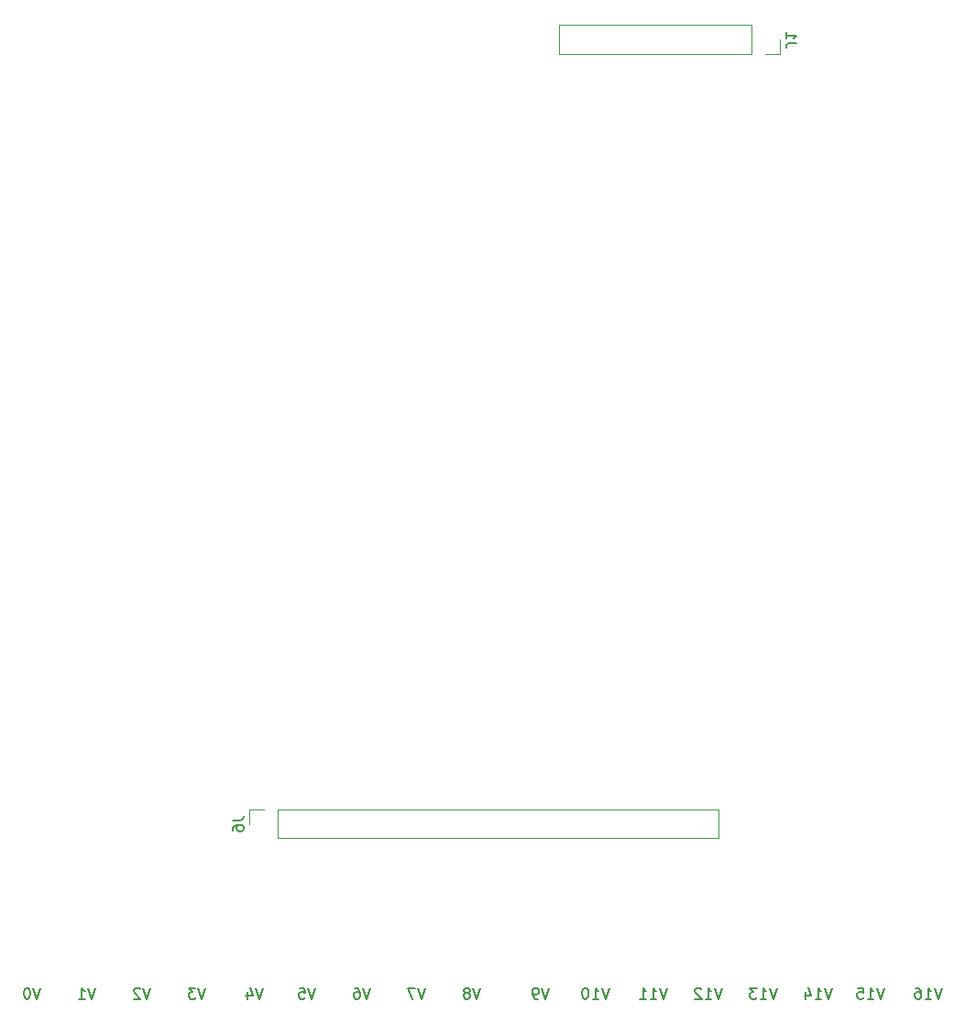
<source format=gbr>
%TF.GenerationSoftware,KiCad,Pcbnew,5.1.4*%
%TF.CreationDate,2019-11-11T16:17:41+01:00*%
%TF.ProjectId,main-board,6d61696e-2d62-46f6-9172-642e6b696361,rev?*%
%TF.SameCoordinates,Original*%
%TF.FileFunction,Legend,Bot*%
%TF.FilePolarity,Positive*%
%FSLAX46Y46*%
G04 Gerber Fmt 4.6, Leading zero omitted, Abs format (unit mm)*
G04 Created by KiCad (PCBNEW 5.1.4) date 2019-11-11 16:17:41*
%MOMM*%
%LPD*%
G04 APERTURE LIST*
%ADD10C,0.150000*%
%ADD11C,0.120000*%
%ADD12O,2.102000X1.802000*%
%ADD13C,0.100000*%
%ADD14C,1.802000*%
%ADD15O,2.052000X1.802000*%
%ADD16C,5.702000*%
%ADD17C,2.502000*%
%ADD18R,2.502000X2.502000*%
%ADD19R,2.102000X2.102000*%
%ADD20O,1.802000X1.802000*%
%ADD21R,1.802000X1.802000*%
%ADD22R,2.602000X2.602000*%
%ADD23C,1.902000*%
%ADD24R,1.902000X1.902000*%
%ADD25C,3.602000*%
%ADD26C,6.000000*%
%ADD27C,2.202000*%
%ADD28R,2.202000X2.202000*%
G04 APERTURE END LIST*
D10*
X160543714Y-136358380D02*
X160210380Y-137358380D01*
X159877047Y-136358380D01*
X159019904Y-137358380D02*
X159591333Y-137358380D01*
X159305619Y-137358380D02*
X159305619Y-136358380D01*
X159400857Y-136501238D01*
X159496095Y-136596476D01*
X159591333Y-136644095D01*
X158638952Y-136453619D02*
X158591333Y-136406000D01*
X158496095Y-136358380D01*
X158258000Y-136358380D01*
X158162761Y-136406000D01*
X158115142Y-136453619D01*
X158067523Y-136548857D01*
X158067523Y-136644095D01*
X158115142Y-136786952D01*
X158686571Y-137358380D01*
X158067523Y-137358380D01*
X133143523Y-136358380D02*
X132810190Y-137358380D01*
X132476857Y-136358380D01*
X132238761Y-136358380D02*
X131572095Y-136358380D01*
X132000666Y-137358380D01*
X107743523Y-136358380D02*
X107410190Y-137358380D01*
X107076857Y-136358380D01*
X106791142Y-136453619D02*
X106743523Y-136406000D01*
X106648285Y-136358380D01*
X106410190Y-136358380D01*
X106314952Y-136406000D01*
X106267333Y-136453619D01*
X106219714Y-136548857D01*
X106219714Y-136644095D01*
X106267333Y-136786952D01*
X106838761Y-137358380D01*
X106219714Y-137358380D01*
X170703714Y-136358380D02*
X170370380Y-137358380D01*
X170037047Y-136358380D01*
X169179904Y-137358380D02*
X169751333Y-137358380D01*
X169465619Y-137358380D02*
X169465619Y-136358380D01*
X169560857Y-136501238D01*
X169656095Y-136596476D01*
X169751333Y-136644095D01*
X168322761Y-136691714D02*
X168322761Y-137358380D01*
X168560857Y-136310761D02*
X168798952Y-137025047D01*
X168179904Y-137025047D01*
X144573523Y-136358380D02*
X144240190Y-137358380D01*
X143906857Y-136358380D01*
X143525904Y-137358380D02*
X143335428Y-137358380D01*
X143240190Y-137310761D01*
X143192571Y-137263142D01*
X143097333Y-137120285D01*
X143049714Y-136929809D01*
X143049714Y-136548857D01*
X143097333Y-136453619D01*
X143144952Y-136406000D01*
X143240190Y-136358380D01*
X143430666Y-136358380D01*
X143525904Y-136406000D01*
X143573523Y-136453619D01*
X143621142Y-136548857D01*
X143621142Y-136786952D01*
X143573523Y-136882190D01*
X143525904Y-136929809D01*
X143430666Y-136977428D01*
X143240190Y-136977428D01*
X143144952Y-136929809D01*
X143097333Y-136882190D01*
X143049714Y-136786952D01*
X150129714Y-136358380D02*
X149796380Y-137358380D01*
X149463047Y-136358380D01*
X148605904Y-137358380D02*
X149177333Y-137358380D01*
X148891619Y-137358380D02*
X148891619Y-136358380D01*
X148986857Y-136501238D01*
X149082095Y-136596476D01*
X149177333Y-136644095D01*
X147986857Y-136358380D02*
X147891619Y-136358380D01*
X147796380Y-136406000D01*
X147748761Y-136453619D01*
X147701142Y-136548857D01*
X147653523Y-136739333D01*
X147653523Y-136977428D01*
X147701142Y-137167904D01*
X147748761Y-137263142D01*
X147796380Y-137310761D01*
X147891619Y-137358380D01*
X147986857Y-137358380D01*
X148082095Y-137310761D01*
X148129714Y-137263142D01*
X148177333Y-137167904D01*
X148224952Y-136977428D01*
X148224952Y-136739333D01*
X148177333Y-136548857D01*
X148129714Y-136453619D01*
X148082095Y-136406000D01*
X147986857Y-136358380D01*
X128063523Y-136358380D02*
X127730190Y-137358380D01*
X127396857Y-136358380D01*
X126634952Y-136358380D02*
X126825428Y-136358380D01*
X126920666Y-136406000D01*
X126968285Y-136453619D01*
X127063523Y-136596476D01*
X127111142Y-136786952D01*
X127111142Y-137167904D01*
X127063523Y-137263142D01*
X127015904Y-137310761D01*
X126920666Y-137358380D01*
X126730190Y-137358380D01*
X126634952Y-137310761D01*
X126587333Y-137263142D01*
X126539714Y-137167904D01*
X126539714Y-136929809D01*
X126587333Y-136834571D01*
X126634952Y-136786952D01*
X126730190Y-136739333D01*
X126920666Y-136739333D01*
X127015904Y-136786952D01*
X127063523Y-136834571D01*
X127111142Y-136929809D01*
X97583523Y-136358380D02*
X97250190Y-137358380D01*
X96916857Y-136358380D01*
X96393047Y-136358380D02*
X96297809Y-136358380D01*
X96202571Y-136406000D01*
X96154952Y-136453619D01*
X96107333Y-136548857D01*
X96059714Y-136739333D01*
X96059714Y-136977428D01*
X96107333Y-137167904D01*
X96154952Y-137263142D01*
X96202571Y-137310761D01*
X96297809Y-137358380D01*
X96393047Y-137358380D01*
X96488285Y-137310761D01*
X96535904Y-137263142D01*
X96583523Y-137167904D01*
X96631142Y-136977428D01*
X96631142Y-136739333D01*
X96583523Y-136548857D01*
X96535904Y-136453619D01*
X96488285Y-136406000D01*
X96393047Y-136358380D01*
X175529714Y-136358380D02*
X175196380Y-137358380D01*
X174863047Y-136358380D01*
X174005904Y-137358380D02*
X174577333Y-137358380D01*
X174291619Y-137358380D02*
X174291619Y-136358380D01*
X174386857Y-136501238D01*
X174482095Y-136596476D01*
X174577333Y-136644095D01*
X173101142Y-136358380D02*
X173577333Y-136358380D01*
X173624952Y-136834571D01*
X173577333Y-136786952D01*
X173482095Y-136739333D01*
X173244000Y-136739333D01*
X173148761Y-136786952D01*
X173101142Y-136834571D01*
X173053523Y-136929809D01*
X173053523Y-137167904D01*
X173101142Y-137263142D01*
X173148761Y-137310761D01*
X173244000Y-137358380D01*
X173482095Y-137358380D01*
X173577333Y-137310761D01*
X173624952Y-137263142D01*
X180863714Y-136358380D02*
X180530380Y-137358380D01*
X180197047Y-136358380D01*
X179339904Y-137358380D02*
X179911333Y-137358380D01*
X179625619Y-137358380D02*
X179625619Y-136358380D01*
X179720857Y-136501238D01*
X179816095Y-136596476D01*
X179911333Y-136644095D01*
X178482761Y-136358380D02*
X178673238Y-136358380D01*
X178768476Y-136406000D01*
X178816095Y-136453619D01*
X178911333Y-136596476D01*
X178958952Y-136786952D01*
X178958952Y-137167904D01*
X178911333Y-137263142D01*
X178863714Y-137310761D01*
X178768476Y-137358380D01*
X178578000Y-137358380D01*
X178482761Y-137310761D01*
X178435142Y-137263142D01*
X178387523Y-137167904D01*
X178387523Y-136929809D01*
X178435142Y-136834571D01*
X178482761Y-136786952D01*
X178578000Y-136739333D01*
X178768476Y-136739333D01*
X178863714Y-136786952D01*
X178911333Y-136834571D01*
X178958952Y-136929809D01*
X138223523Y-136358380D02*
X137890190Y-137358380D01*
X137556857Y-136358380D01*
X137080666Y-136786952D02*
X137175904Y-136739333D01*
X137223523Y-136691714D01*
X137271142Y-136596476D01*
X137271142Y-136548857D01*
X137223523Y-136453619D01*
X137175904Y-136406000D01*
X137080666Y-136358380D01*
X136890190Y-136358380D01*
X136794952Y-136406000D01*
X136747333Y-136453619D01*
X136699714Y-136548857D01*
X136699714Y-136596476D01*
X136747333Y-136691714D01*
X136794952Y-136739333D01*
X136890190Y-136786952D01*
X137080666Y-136786952D01*
X137175904Y-136834571D01*
X137223523Y-136882190D01*
X137271142Y-136977428D01*
X137271142Y-137167904D01*
X137223523Y-137263142D01*
X137175904Y-137310761D01*
X137080666Y-137358380D01*
X136890190Y-137358380D01*
X136794952Y-137310761D01*
X136747333Y-137263142D01*
X136699714Y-137167904D01*
X136699714Y-136977428D01*
X136747333Y-136882190D01*
X136794952Y-136834571D01*
X136890190Y-136786952D01*
X165623714Y-136358380D02*
X165290380Y-137358380D01*
X164957047Y-136358380D01*
X164099904Y-137358380D02*
X164671333Y-137358380D01*
X164385619Y-137358380D02*
X164385619Y-136358380D01*
X164480857Y-136501238D01*
X164576095Y-136596476D01*
X164671333Y-136644095D01*
X163766571Y-136358380D02*
X163147523Y-136358380D01*
X163480857Y-136739333D01*
X163338000Y-136739333D01*
X163242761Y-136786952D01*
X163195142Y-136834571D01*
X163147523Y-136929809D01*
X163147523Y-137167904D01*
X163195142Y-137263142D01*
X163242761Y-137310761D01*
X163338000Y-137358380D01*
X163623714Y-137358380D01*
X163718952Y-137310761D01*
X163766571Y-137263142D01*
X122983523Y-136358380D02*
X122650190Y-137358380D01*
X122316857Y-136358380D01*
X121507333Y-136358380D02*
X121983523Y-136358380D01*
X122031142Y-136834571D01*
X121983523Y-136786952D01*
X121888285Y-136739333D01*
X121650190Y-136739333D01*
X121554952Y-136786952D01*
X121507333Y-136834571D01*
X121459714Y-136929809D01*
X121459714Y-137167904D01*
X121507333Y-137263142D01*
X121554952Y-137310761D01*
X121650190Y-137358380D01*
X121888285Y-137358380D01*
X121983523Y-137310761D01*
X122031142Y-137263142D01*
X155463714Y-136358380D02*
X155130380Y-137358380D01*
X154797047Y-136358380D01*
X153939904Y-137358380D02*
X154511333Y-137358380D01*
X154225619Y-137358380D02*
X154225619Y-136358380D01*
X154320857Y-136501238D01*
X154416095Y-136596476D01*
X154511333Y-136644095D01*
X152987523Y-137358380D02*
X153558952Y-137358380D01*
X153273238Y-137358380D02*
X153273238Y-136358380D01*
X153368476Y-136501238D01*
X153463714Y-136596476D01*
X153558952Y-136644095D01*
X102663523Y-136358380D02*
X102330190Y-137358380D01*
X101996857Y-136358380D01*
X101139714Y-137358380D02*
X101711142Y-137358380D01*
X101425428Y-137358380D02*
X101425428Y-136358380D01*
X101520666Y-136501238D01*
X101615904Y-136596476D01*
X101711142Y-136644095D01*
X118157523Y-136358380D02*
X117824190Y-137358380D01*
X117490857Y-136358380D01*
X116728952Y-136691714D02*
X116728952Y-137358380D01*
X116967047Y-136310761D02*
X117205142Y-137025047D01*
X116586095Y-137025047D01*
X112823523Y-136358380D02*
X112490190Y-137358380D01*
X112156857Y-136358380D01*
X111918761Y-136358380D02*
X111299714Y-136358380D01*
X111633047Y-136739333D01*
X111490190Y-136739333D01*
X111394952Y-136786952D01*
X111347333Y-136834571D01*
X111299714Y-136929809D01*
X111299714Y-137167904D01*
X111347333Y-137263142D01*
X111394952Y-137310761D01*
X111490190Y-137358380D01*
X111775904Y-137358380D01*
X111871142Y-137310761D01*
X111918761Y-137263142D01*
D11*
X165922000Y-50098000D02*
X165922000Y-48768000D01*
X164592000Y-50098000D02*
X165922000Y-50098000D01*
X163322000Y-50098000D02*
X163322000Y-47438000D01*
X163322000Y-47438000D02*
X145482000Y-47438000D01*
X163322000Y-50098000D02*
X145482000Y-50098000D01*
X145482000Y-50098000D02*
X145482000Y-47438000D01*
X116907000Y-119878800D02*
X116907000Y-121208800D01*
X118237000Y-119878800D02*
X116907000Y-119878800D01*
X119507000Y-119878800D02*
X119507000Y-122538800D01*
X119507000Y-122538800D02*
X160207000Y-122538800D01*
X119507000Y-119878800D02*
X160207000Y-119878800D01*
X160207000Y-119878800D02*
X160207000Y-122538800D01*
D10*
X167469619Y-49101333D02*
X166755333Y-49101333D01*
X166612476Y-49148952D01*
X166517238Y-49244190D01*
X166469619Y-49387047D01*
X166469619Y-49482285D01*
X166469619Y-48101333D02*
X166469619Y-48672761D01*
X166469619Y-48387047D02*
X167469619Y-48387047D01*
X167326761Y-48482285D01*
X167231523Y-48577523D01*
X167183904Y-48672761D01*
X115359380Y-120875466D02*
X116073666Y-120875466D01*
X116216523Y-120827847D01*
X116311761Y-120732609D01*
X116359380Y-120589752D01*
X116359380Y-120494514D01*
X115359380Y-121780228D02*
X115359380Y-121589752D01*
X115407000Y-121494514D01*
X115454619Y-121446895D01*
X115597476Y-121351657D01*
X115787952Y-121304038D01*
X116168904Y-121304038D01*
X116264142Y-121351657D01*
X116311761Y-121399276D01*
X116359380Y-121494514D01*
X116359380Y-121684990D01*
X116311761Y-121780228D01*
X116264142Y-121827847D01*
X116168904Y-121875466D01*
X115930809Y-121875466D01*
X115835571Y-121827847D01*
X115787952Y-121780228D01*
X115740333Y-121684990D01*
X115740333Y-121494514D01*
X115787952Y-121399276D01*
X115835571Y-121351657D01*
X115930809Y-121304038D01*
%LPC*%
D12*
X97942400Y-105522400D03*
D13*
G36*
X98754375Y-102122676D02*
G01*
X98780099Y-102126492D01*
X98805325Y-102132811D01*
X98829811Y-102141572D01*
X98853320Y-102152691D01*
X98875626Y-102166061D01*
X98896514Y-102181552D01*
X98915783Y-102199017D01*
X98933248Y-102218286D01*
X98948739Y-102239174D01*
X98962109Y-102261480D01*
X98973228Y-102284989D01*
X98981989Y-102309475D01*
X98988308Y-102334701D01*
X98992124Y-102360425D01*
X98993400Y-102386400D01*
X98993400Y-103658400D01*
X98992124Y-103684375D01*
X98988308Y-103710099D01*
X98981989Y-103735325D01*
X98973228Y-103759811D01*
X98962109Y-103783320D01*
X98948739Y-103805626D01*
X98933248Y-103826514D01*
X98915783Y-103845783D01*
X98896514Y-103863248D01*
X98875626Y-103878739D01*
X98853320Y-103892109D01*
X98829811Y-103903228D01*
X98805325Y-103911989D01*
X98780099Y-103918308D01*
X98754375Y-103922124D01*
X98728400Y-103923400D01*
X97156400Y-103923400D01*
X97130425Y-103922124D01*
X97104701Y-103918308D01*
X97079475Y-103911989D01*
X97054989Y-103903228D01*
X97031480Y-103892109D01*
X97009174Y-103878739D01*
X96988286Y-103863248D01*
X96969017Y-103845783D01*
X96951552Y-103826514D01*
X96936061Y-103805626D01*
X96922691Y-103783320D01*
X96911572Y-103759811D01*
X96902811Y-103735325D01*
X96896492Y-103710099D01*
X96892676Y-103684375D01*
X96891400Y-103658400D01*
X96891400Y-102386400D01*
X96892676Y-102360425D01*
X96896492Y-102334701D01*
X96902811Y-102309475D01*
X96911572Y-102284989D01*
X96922691Y-102261480D01*
X96936061Y-102239174D01*
X96951552Y-102218286D01*
X96969017Y-102199017D01*
X96988286Y-102181552D01*
X97009174Y-102166061D01*
X97031480Y-102152691D01*
X97054989Y-102141572D01*
X97079475Y-102132811D01*
X97104701Y-102126492D01*
X97130425Y-102122676D01*
X97156400Y-102121400D01*
X98728400Y-102121400D01*
X98754375Y-102122676D01*
X98754375Y-102122676D01*
G37*
D14*
X97942400Y-103022400D03*
D12*
X97942400Y-114158400D03*
D13*
G36*
X98754375Y-110758676D02*
G01*
X98780099Y-110762492D01*
X98805325Y-110768811D01*
X98829811Y-110777572D01*
X98853320Y-110788691D01*
X98875626Y-110802061D01*
X98896514Y-110817552D01*
X98915783Y-110835017D01*
X98933248Y-110854286D01*
X98948739Y-110875174D01*
X98962109Y-110897480D01*
X98973228Y-110920989D01*
X98981989Y-110945475D01*
X98988308Y-110970701D01*
X98992124Y-110996425D01*
X98993400Y-111022400D01*
X98993400Y-112294400D01*
X98992124Y-112320375D01*
X98988308Y-112346099D01*
X98981989Y-112371325D01*
X98973228Y-112395811D01*
X98962109Y-112419320D01*
X98948739Y-112441626D01*
X98933248Y-112462514D01*
X98915783Y-112481783D01*
X98896514Y-112499248D01*
X98875626Y-112514739D01*
X98853320Y-112528109D01*
X98829811Y-112539228D01*
X98805325Y-112547989D01*
X98780099Y-112554308D01*
X98754375Y-112558124D01*
X98728400Y-112559400D01*
X97156400Y-112559400D01*
X97130425Y-112558124D01*
X97104701Y-112554308D01*
X97079475Y-112547989D01*
X97054989Y-112539228D01*
X97031480Y-112528109D01*
X97009174Y-112514739D01*
X96988286Y-112499248D01*
X96969017Y-112481783D01*
X96951552Y-112462514D01*
X96936061Y-112441626D01*
X96922691Y-112419320D01*
X96911572Y-112395811D01*
X96902811Y-112371325D01*
X96896492Y-112346099D01*
X96892676Y-112320375D01*
X96891400Y-112294400D01*
X96891400Y-111022400D01*
X96892676Y-110996425D01*
X96896492Y-110970701D01*
X96902811Y-110945475D01*
X96911572Y-110920989D01*
X96922691Y-110897480D01*
X96936061Y-110875174D01*
X96951552Y-110854286D01*
X96969017Y-110835017D01*
X96988286Y-110817552D01*
X97009174Y-110802061D01*
X97031480Y-110788691D01*
X97054989Y-110777572D01*
X97079475Y-110768811D01*
X97104701Y-110762492D01*
X97130425Y-110758676D01*
X97156400Y-110757400D01*
X98728400Y-110757400D01*
X98754375Y-110758676D01*
X98754375Y-110758676D01*
G37*
D14*
X97942400Y-111658400D03*
D12*
X97942400Y-96886400D03*
D13*
G36*
X98754375Y-93486676D02*
G01*
X98780099Y-93490492D01*
X98805325Y-93496811D01*
X98829811Y-93505572D01*
X98853320Y-93516691D01*
X98875626Y-93530061D01*
X98896514Y-93545552D01*
X98915783Y-93563017D01*
X98933248Y-93582286D01*
X98948739Y-93603174D01*
X98962109Y-93625480D01*
X98973228Y-93648989D01*
X98981989Y-93673475D01*
X98988308Y-93698701D01*
X98992124Y-93724425D01*
X98993400Y-93750400D01*
X98993400Y-95022400D01*
X98992124Y-95048375D01*
X98988308Y-95074099D01*
X98981989Y-95099325D01*
X98973228Y-95123811D01*
X98962109Y-95147320D01*
X98948739Y-95169626D01*
X98933248Y-95190514D01*
X98915783Y-95209783D01*
X98896514Y-95227248D01*
X98875626Y-95242739D01*
X98853320Y-95256109D01*
X98829811Y-95267228D01*
X98805325Y-95275989D01*
X98780099Y-95282308D01*
X98754375Y-95286124D01*
X98728400Y-95287400D01*
X97156400Y-95287400D01*
X97130425Y-95286124D01*
X97104701Y-95282308D01*
X97079475Y-95275989D01*
X97054989Y-95267228D01*
X97031480Y-95256109D01*
X97009174Y-95242739D01*
X96988286Y-95227248D01*
X96969017Y-95209783D01*
X96951552Y-95190514D01*
X96936061Y-95169626D01*
X96922691Y-95147320D01*
X96911572Y-95123811D01*
X96902811Y-95099325D01*
X96896492Y-95074099D01*
X96892676Y-95048375D01*
X96891400Y-95022400D01*
X96891400Y-93750400D01*
X96892676Y-93724425D01*
X96896492Y-93698701D01*
X96902811Y-93673475D01*
X96911572Y-93648989D01*
X96922691Y-93625480D01*
X96936061Y-93603174D01*
X96951552Y-93582286D01*
X96969017Y-93563017D01*
X96988286Y-93545552D01*
X97009174Y-93530061D01*
X97031480Y-93516691D01*
X97054989Y-93505572D01*
X97079475Y-93496811D01*
X97104701Y-93490492D01*
X97130425Y-93486676D01*
X97156400Y-93485400D01*
X98728400Y-93485400D01*
X98754375Y-93486676D01*
X98754375Y-93486676D01*
G37*
D14*
X97942400Y-94386400D03*
D15*
X97917000Y-86668000D03*
X97917000Y-84168000D03*
X97917000Y-81668000D03*
X97917000Y-79168000D03*
X97917000Y-76668000D03*
D13*
G36*
X98703975Y-73268276D02*
G01*
X98729699Y-73272092D01*
X98754925Y-73278411D01*
X98779411Y-73287172D01*
X98802920Y-73298291D01*
X98825226Y-73311661D01*
X98846114Y-73327152D01*
X98865383Y-73344617D01*
X98882848Y-73363886D01*
X98898339Y-73384774D01*
X98911709Y-73407080D01*
X98922828Y-73430589D01*
X98931589Y-73455075D01*
X98937908Y-73480301D01*
X98941724Y-73506025D01*
X98943000Y-73532000D01*
X98943000Y-74804000D01*
X98941724Y-74829975D01*
X98937908Y-74855699D01*
X98931589Y-74880925D01*
X98922828Y-74905411D01*
X98911709Y-74928920D01*
X98898339Y-74951226D01*
X98882848Y-74972114D01*
X98865383Y-74991383D01*
X98846114Y-75008848D01*
X98825226Y-75024339D01*
X98802920Y-75037709D01*
X98779411Y-75048828D01*
X98754925Y-75057589D01*
X98729699Y-75063908D01*
X98703975Y-75067724D01*
X98678000Y-75069000D01*
X97156000Y-75069000D01*
X97130025Y-75067724D01*
X97104301Y-75063908D01*
X97079075Y-75057589D01*
X97054589Y-75048828D01*
X97031080Y-75037709D01*
X97008774Y-75024339D01*
X96987886Y-75008848D01*
X96968617Y-74991383D01*
X96951152Y-74972114D01*
X96935661Y-74951226D01*
X96922291Y-74928920D01*
X96911172Y-74905411D01*
X96902411Y-74880925D01*
X96896092Y-74855699D01*
X96892276Y-74829975D01*
X96891000Y-74804000D01*
X96891000Y-73532000D01*
X96892276Y-73506025D01*
X96896092Y-73480301D01*
X96902411Y-73455075D01*
X96911172Y-73430589D01*
X96922291Y-73407080D01*
X96935661Y-73384774D01*
X96951152Y-73363886D01*
X96968617Y-73344617D01*
X96987886Y-73327152D01*
X97008774Y-73311661D01*
X97031080Y-73298291D01*
X97054589Y-73287172D01*
X97079075Y-73278411D01*
X97104301Y-73272092D01*
X97130025Y-73268276D01*
X97156000Y-73267000D01*
X98678000Y-73267000D01*
X98703975Y-73268276D01*
X98703975Y-73268276D01*
G37*
D14*
X97917000Y-74168000D03*
D15*
X97917000Y-68253000D03*
X97917000Y-65753000D03*
X97917000Y-63253000D03*
X97917000Y-60753000D03*
X97917000Y-58253000D03*
D13*
G36*
X98703975Y-54853276D02*
G01*
X98729699Y-54857092D01*
X98754925Y-54863411D01*
X98779411Y-54872172D01*
X98802920Y-54883291D01*
X98825226Y-54896661D01*
X98846114Y-54912152D01*
X98865383Y-54929617D01*
X98882848Y-54948886D01*
X98898339Y-54969774D01*
X98911709Y-54992080D01*
X98922828Y-55015589D01*
X98931589Y-55040075D01*
X98937908Y-55065301D01*
X98941724Y-55091025D01*
X98943000Y-55117000D01*
X98943000Y-56389000D01*
X98941724Y-56414975D01*
X98937908Y-56440699D01*
X98931589Y-56465925D01*
X98922828Y-56490411D01*
X98911709Y-56513920D01*
X98898339Y-56536226D01*
X98882848Y-56557114D01*
X98865383Y-56576383D01*
X98846114Y-56593848D01*
X98825226Y-56609339D01*
X98802920Y-56622709D01*
X98779411Y-56633828D01*
X98754925Y-56642589D01*
X98729699Y-56648908D01*
X98703975Y-56652724D01*
X98678000Y-56654000D01*
X97156000Y-56654000D01*
X97130025Y-56652724D01*
X97104301Y-56648908D01*
X97079075Y-56642589D01*
X97054589Y-56633828D01*
X97031080Y-56622709D01*
X97008774Y-56609339D01*
X96987886Y-56593848D01*
X96968617Y-56576383D01*
X96951152Y-56557114D01*
X96935661Y-56536226D01*
X96922291Y-56513920D01*
X96911172Y-56490411D01*
X96902411Y-56465925D01*
X96896092Y-56440699D01*
X96892276Y-56414975D01*
X96891000Y-56389000D01*
X96891000Y-55117000D01*
X96892276Y-55091025D01*
X96896092Y-55065301D01*
X96902411Y-55040075D01*
X96911172Y-55015589D01*
X96922291Y-54992080D01*
X96935661Y-54969774D01*
X96951152Y-54948886D01*
X96968617Y-54929617D01*
X96987886Y-54912152D01*
X97008774Y-54896661D01*
X97031080Y-54883291D01*
X97054589Y-54872172D01*
X97079075Y-54863411D01*
X97104301Y-54857092D01*
X97130025Y-54853276D01*
X97156000Y-54852000D01*
X98678000Y-54852000D01*
X98703975Y-54853276D01*
X98703975Y-54853276D01*
G37*
D14*
X97917000Y-55753000D03*
D16*
X189992000Y-121666000D03*
X188468000Y-49530000D03*
X97282000Y-122174000D03*
X96735900Y-49202340D03*
D17*
X179006500Y-110143300D03*
D18*
X179006500Y-105143300D03*
D19*
X129159000Y-81102200D03*
X108077000Y-89395300D03*
X117373400Y-92862400D03*
X117373400Y-97942400D03*
X129209800Y-89052400D03*
X126619000Y-81100000D03*
X124127000Y-85166200D03*
X110617000Y-89395300D03*
X110617000Y-91935300D03*
X110617000Y-94475300D03*
X126667000Y-85166200D03*
X129207000Y-85166200D03*
X126669800Y-89052400D03*
X124129800Y-89052400D03*
X117373400Y-95402400D03*
X147497800Y-83134200D03*
X161671000Y-83693000D03*
X108077000Y-94475300D03*
X108077000Y-91935300D03*
D20*
X159359600Y-112064800D03*
D21*
X159359600Y-109524800D03*
D22*
X109613700Y-65887600D03*
D20*
X143007080Y-79969360D03*
X140467080Y-79969360D03*
X137927080Y-79969360D03*
D21*
X135387080Y-79969360D03*
D23*
X186690000Y-140462000D03*
D24*
X189230000Y-140462000D03*
D25*
X117125000Y-55843600D03*
X105085000Y-55843600D03*
D14*
X109855000Y-58553600D03*
X112355000Y-58553600D03*
X112355000Y-60553600D03*
D21*
X109855000Y-60553600D03*
D20*
X134620000Y-73888600D03*
X132080000Y-71348600D03*
X147320000Y-71348600D03*
X147320000Y-73888600D03*
X132080000Y-73888600D03*
X134620000Y-71348600D03*
X129540000Y-73888600D03*
D21*
X129540000Y-71348600D03*
D20*
X157480000Y-71348600D03*
X157480000Y-73888600D03*
X142240000Y-71348600D03*
X142240000Y-73888600D03*
X162560000Y-71348600D03*
X162560000Y-73888600D03*
X144780000Y-71348600D03*
X144780000Y-73888600D03*
X139700000Y-71348600D03*
X139700000Y-73888600D03*
X152400000Y-71348600D03*
X152400000Y-73888600D03*
X175260000Y-71348600D03*
X175260000Y-73888600D03*
X170180000Y-71348600D03*
X170180000Y-73888600D03*
X172720000Y-71348600D03*
X172720000Y-73888600D03*
X149860000Y-71348600D03*
X149860000Y-73888600D03*
X167640000Y-71348600D03*
X167640000Y-73888600D03*
X137160000Y-71348600D03*
X137160000Y-73888600D03*
X165100000Y-71348600D03*
X165100000Y-73888600D03*
X154940000Y-71348600D03*
X154940000Y-73888600D03*
X160020000Y-71348600D03*
X160020000Y-73888600D03*
X177800000Y-71348600D03*
X177800000Y-73888600D03*
D26*
X124670000Y-72618600D03*
X182670000Y-49618600D03*
X124670000Y-49618600D03*
X182670000Y-72618600D03*
D20*
X146812000Y-48768000D03*
X149352000Y-48768000D03*
X151892000Y-48768000D03*
X154432000Y-48768000D03*
X156972000Y-48768000D03*
X159512000Y-48768000D03*
X162052000Y-48768000D03*
D21*
X164592000Y-48768000D03*
D27*
X96951800Y-139242800D03*
X102031800Y-139242800D03*
X107111800Y-139242800D03*
X112191800Y-139242800D03*
X117271800Y-139242800D03*
X122351800Y-139242800D03*
X127431800Y-139242800D03*
X132511800Y-139242800D03*
D28*
X137591800Y-139242800D03*
D27*
X143941800Y-139242800D03*
X149021800Y-139242800D03*
X154101800Y-139242800D03*
X159181800Y-139242800D03*
X164261800Y-139242800D03*
X169341800Y-139242800D03*
X174421800Y-139242800D03*
D28*
X179501800Y-139242800D03*
D20*
X158877000Y-121208800D03*
X156337000Y-121208800D03*
X153797000Y-121208800D03*
X151257000Y-121208800D03*
X148717000Y-121208800D03*
X146177000Y-121208800D03*
X143637000Y-121208800D03*
X141097000Y-121208800D03*
X138557000Y-121208800D03*
X136017000Y-121208800D03*
X133477000Y-121208800D03*
X130937000Y-121208800D03*
X128397000Y-121208800D03*
X125857000Y-121208800D03*
X123317000Y-121208800D03*
X120777000Y-121208800D03*
D21*
X118237000Y-121208800D03*
M02*

</source>
